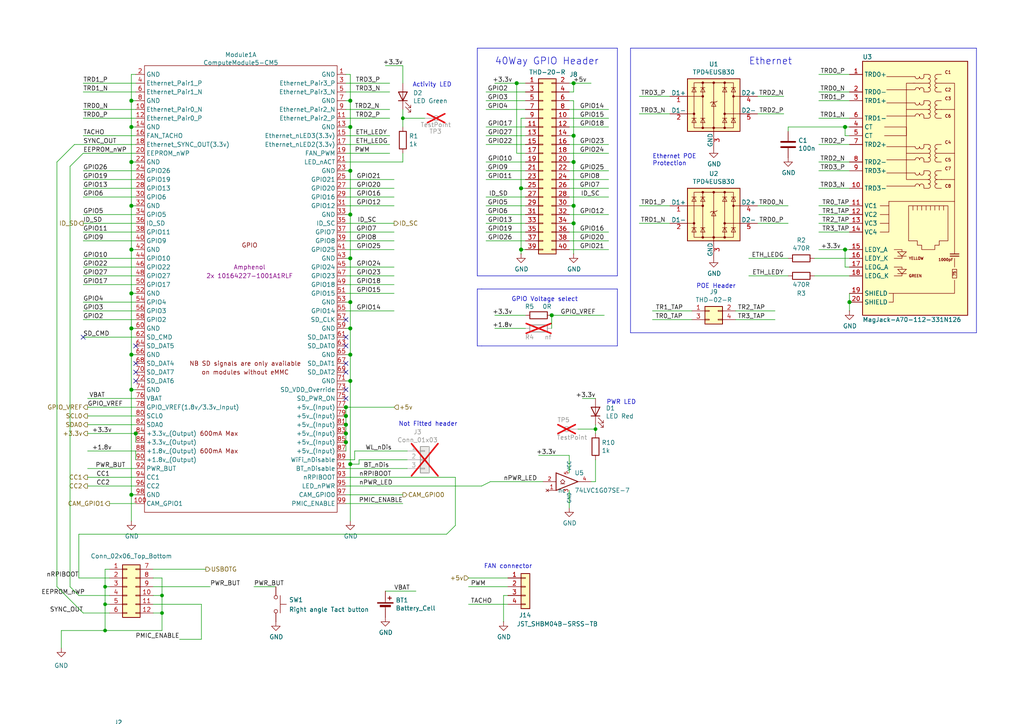
<source format=kicad_sch>
(kicad_sch (version 20250114) (generator "eeschema") (generator_version "9.0")
  (paper "A4")
  (title_block (title "Compute Module 5 IO Board - GPIO - Ethernet") (rev "1") (company "Copyright © 2024 Raspberry Pi Ltd.") (comment 1 "www.raspberrypi.com"))
  (text "40Way GPIO Header" (at 143.51 19.05 0) (effects (font (size 2.007 2.007)) (justify left bottom)))
  (text "Activity LED" (at 119.634 25.4 0) (effects (font (size 1.27 1.27)) (justify left bottom)))
  (text "FAN connector\n" (at 140.335 165.1 0) (effects (font (size 1.27 1.27)) (justify left bottom)))
  (text "Ethernet POE\nProtection" (at 189.23 48.26 0) (effects (font (size 1.27 1.27)) (justify left bottom)))
  (text "GPIO Voltage select\n" (at 167.64 87.63 0) (effects (font (size 1.27 1.27)) (justify right bottom)))
  (text "Not Fitted header" (at 132.715 123.825 0) (effects (font (size 1.27 1.27)) (justify right bottom)))
  (text "POE Header" (at 201.93 83.82 0) (effects (font (size 1.27 1.27)) (justify left bottom)))
  (text "PWR LED" (at 175.895 117.475 0) (effects (font (size 1.27 1.27)) (justify left bottom)))
  (text "Ethernet" (at 217.17 19.05 0) (effects (font (size 2.0066 2.0066)) (justify left bottom)))
  (junction (at 46.99 177.8))
  (junction (at 21.59 223.52))
  (junction (at 101.6 36.83) (diameter 1.016))
  (junction (at 245.11 72.39) (diameter 1.016))
  (junction (at 101.6 29.21) (diameter 1.016))
  (junction (at 101.6 102.87) (diameter 1.016))
  (junction (at 38.1 113.03) (diameter 1.016))
  (junction (at 246.38 87.63) (diameter 1.016))
  (junction (at 21.59 228.6))
  (junction (at 38.1 46.99) (diameter 1.016))
  (junction (at 100.33 125.73) (diameter 1.016))
  (junction (at 151.13 54.61) (diameter 1.016))
  (junction (at 46.99 172.72))
  (junction (at 166.37 39.37) (diameter 1.016))
  (junction (at 38.1 72.39) (diameter 1.016))
  (junction (at 100.33 123.19) (diameter 1.016))
  (junction (at 38.1 143.51) (diameter 1.016))
  (junction (at 166.37 59.69) (diameter 1.016))
  (junction (at 30.48 175.26))
  (junction (at 38.1 59.69) (diameter 1.016))
  (junction (at 101.6 62.23) (diameter 1.016))
  (junction (at 38.1 95.25) (diameter 1.016))
  (junction (at 100.33 118.11) (diameter 1.016))
  (junction (at 101.6 95.25) (diameter 1.016))
  (junction (at 166.37 64.77) (diameter 1.016))
  (junction (at 166.37 24.13) (diameter 1.016))
  (junction (at 101.6 87.63) (diameter 1.016))
  (junction (at 166.37 46.99) (diameter 1.016))
  (junction (at 38.1 85.09) (diameter 1.016))
  (junction (at 100.33 120.65) (diameter 1.016))
  (junction (at 172.72 124.46))
  (junction (at 38.1 36.83) (diameter 1.016))
  (junction (at 39.37 125.73) (diameter 1.016))
  (junction (at 38.1 102.87) (diameter 1.016))
  (junction (at 160.02 91.44) (diameter 1.016))
  (junction (at 38.1 29.21) (diameter 1.016))
  (junction (at 21.59 218.44))
  (junction (at 245.11 36.83) (diameter 1.016))
  (junction (at 30.48 182.88))
  (junction (at 100.33 128.27) (diameter 1.016))
  (junction (at 30.48 170.18))
  (junction (at 116.84 34.29))
  (junction (at 21.59 220.98))
  (junction (at 151.13 72.39) (diameter 1.016))
  (junction (at 101.6 110.49) (diameter 1.016))
  (junction (at 101.6 134.62) (diameter 1.016))
  (junction (at 21.59 226.06))
  (junction (at 101.6 49.53) (diameter 1.016))
  (junction (at 101.6 74.93) (diameter 1.016))
  (junction (at 149.86 24.13) (diameter 1.016))
  (no_connect (at 100.33 105.41))
  (no_connect (at 39.37 107.95))
  (no_connect (at 100.33 113.03))
  (no_connect (at 100.33 100.33))
  (no_connect (at 100.33 115.57))
  (no_connect (at 39.37 100.33))
  (no_connect (at 39.37 105.41))
  (no_connect (at 100.33 92.71))
  (no_connect (at 24.13 97.79))
  (no_connect (at 39.37 110.49))
  (no_connect (at 100.33 107.95))
  (no_connect (at 100.33 97.79))
  (wire (pts (xy 101.6 110.49) (xy 101.6 134.62)))
  (polyline (pts (xy 138.43 13.97) (xy 138.43 80.01)) (stroke (width 0) (type solid)))
  (polyline (pts (xy 138.43 80.01) (xy 179.07 80.01)) (stroke (width 0) (type solid)))
  (wire (pts (xy 100.33 135.89) (xy 118.11 135.89)))
  (wire (pts (xy 100.33 102.87) (xy 101.6 102.87)))
  (wire (pts (xy 24.13 90.17) (xy 39.37 90.17)))
  (wire (pts (xy 39.37 133.35) (xy 39.37 130.81)))
  (wire (pts (xy 237.49 41.91) (xy 246.38 41.91)))
  (wire (pts (xy 165.1 52.07) (xy 176.53 52.07)))
  (wire (pts (xy 24.13 44.45) (xy 39.37 44.45)))
  (wire (pts (xy 100.33 95.25) (xy 101.6 95.25)))
  (wire (pts (xy 165.1 34.29) (xy 176.53 34.29)))
  (wire (pts (xy 101.6 102.87) (xy 101.6 110.49)))
  (wire (pts (xy 217.17 74.93) (xy 228.6 74.93)))
  (wire (pts (xy 39.37 128.27) (xy 39.37 125.73)))
  (wire (pts (xy 111.76 171.45) (xy 120.65 171.45)))
  (wire (pts (xy 100.33 118.11) (xy 114.3 118.11)))
  (wire (pts (xy 101.6 36.83) (xy 101.6 49.53)))
  (polyline (pts (xy 179.07 83.82) (xy 179.07 100.33)) (stroke (width 0) (type solid)))
  (wire (pts (xy 24.13 92.71) (xy 39.37 92.71)))
  (wire (pts (xy 20.32 48.26) (xy 20.32 170.18)))
  (wire (pts (xy 116.84 36.83) (xy 116.84 34.29)))
  (wire (pts (xy 24.13 31.75) (xy 39.37 31.75)))
  (wire (pts (xy 24.13 77.47) (xy 39.37 77.47)))
  (wire (pts (xy 100.33 29.21) (xy 101.6 29.21)))
  (wire (pts (xy 100.33 90.17) (xy 114.3 90.17)))
  (wire (pts (xy 60.96 170.18) (xy 44.45 170.18)))
  (wire (pts (xy 24.13 82.55) (xy 39.37 82.55)))
  (wire (pts (xy 166.37 64.77) (xy 166.37 59.69)))
  (wire (pts (xy 24.13 80.01) (xy 39.37 80.01)))
  (wire (pts (xy 100.33 34.29) (xy 113.03 34.29)))
  (wire (pts (xy 39.37 36.83) (xy 38.1 36.83)))
  (wire (pts (xy 100.33 44.45) (xy 113.03 44.45)))
  (wire (pts (xy 40.64 223.52) (xy 60.96 223.52)))
  (wire (pts (xy 100.33 31.75) (xy 113.03 31.75)))
  (wire (pts (xy 58.42 175.26) (xy 44.45 175.26)))
  (wire (pts (xy 102.87 133.35) (xy 102.87 130.81)))
  (wire (pts (xy 24.13 67.31) (xy 39.37 67.31)))
  (wire (pts (xy 237.49 59.69) (xy 246.38 59.69)))
  (wire (pts (xy 104.14 133.35) (xy 118.11 133.35)))
  (wire (pts (xy 100.33 87.63) (xy 101.6 87.63)))
  (wire (pts (xy 166.37 39.37) (xy 166.37 46.99)))
  (wire (pts (xy 24.13 39.37) (xy 39.37 39.37)))
  (wire (pts (xy 39.37 21.59) (xy 38.1 21.59)))
  (wire (pts (xy 101.6 21.59) (xy 101.6 29.21)))
  (wire (pts (xy 236.22 80.01) (xy 246.38 80.01)))
  (wire (pts (xy 101.6 29.21) (xy 101.6 36.83)))
  (wire (pts (xy 38.1 143.51) (xy 38.1 151.13)))
  (wire (pts (xy 165.1 67.31) (xy 176.53 67.31)))
  (wire (pts (xy 146.05 172.72) (xy 146.05 180.34)))
  (wire (pts (xy 219.71 33.02) (xy 227.33 33.02)))
  (wire (pts (xy 165.1 142.24) (xy 165.1 147.32)))
  (wire (pts (xy 100.33 57.15) (xy 114.3 57.15)))
  (wire (pts (xy 167.64 124.46) (xy 172.72 124.46)))
  (wire (pts (xy 165.1 137.16) (xy 165.1 132.08)))
  (wire (pts (xy 100.33 143.51) (xy 116.84 143.51)))
  (wire (pts (xy 27.94 223.52) (xy 21.59 223.52)))
  (wire (pts (xy 166.37 46.99) (xy 165.1 46.99)))
  (wire (pts (xy 100.33 80.01) (xy 114.3 80.01)))
  (wire (pts (xy 151.13 72.39) (xy 151.13 73.66)))
  (wire (pts (xy 25.4 138.43) (xy 39.37 138.43)))
  (wire (pts (xy 30.48 182.88) (xy 30.48 175.26)))
  (wire (pts (xy 101.6 95.25) (xy 101.6 102.87)))
  (wire (pts (xy 38.1 72.39) (xy 38.1 85.09)))
  (wire (pts (xy 213.36 92.71) (xy 224.79 92.71)))
  (wire (pts (xy 101.6 49.53) (xy 101.6 62.23)))
  (wire (pts (xy 143.51 95.25) (xy 152.4 95.25)))
  (wire (pts (xy 24.13 74.93) (xy 39.37 74.93)))
  (polyline (pts (xy 182.88 13.97) (xy 283.21 13.97)) (stroke (width 0) (type solid)))
  (wire (pts (xy 21.59 215.9) (xy 21.59 218.44)))
  (wire (pts (xy 100.33 140.97) (xy 139.7 140.97)))
  (wire (pts (xy 165.1 36.83) (xy 176.53 36.83)))
  (wire (pts (xy 149.86 44.45) (xy 152.4 44.45)))
  (wire (pts (xy 39.37 29.21) (xy 38.1 29.21)))
  (wire (pts (xy 213.36 90.17) (xy 224.79 90.17)))
  (wire (pts (xy 21.59 218.44) (xy 21.59 220.98)))
  (polyline (pts (xy 179.07 13.97) (xy 138.43 13.97)) (stroke (width 0) (type solid)))
  (wire (pts (xy 25.4 140.97) (xy 39.37 140.97)))
  (wire (pts (xy 25.4 135.89) (xy 39.37 135.89)))
  (wire (pts (xy 40.64 220.98) (xy 60.96 220.98)))
  (wire (pts (xy 189.23 90.17) (xy 200.66 90.17)))
  (wire (pts (xy 16.51 170.18) (xy 16.51 46.99)))
  (wire (pts (xy 100.33 128.27) (xy 100.33 130.81)))
  (wire (pts (xy 22.86 167.64) (xy 31.75 167.64)))
  (wire (pts (xy 246.38 36.83) (xy 245.11 36.83)))
  (wire (pts (xy 194.31 64.77) (xy 185.42 64.77)))
  (wire (pts (xy 140.97 49.53) (xy 152.4 49.53)))
  (wire (pts (xy 100.33 41.91) (xy 113.03 41.91)))
  (wire (pts (xy 24.13 26.67) (xy 39.37 26.67)))
  (wire (pts (xy 166.37 24.13) (xy 171.45 24.13)))
  (wire (pts (xy 217.17 80.01) (xy 228.6 80.01)))
  (wire (pts (xy 24.13 49.53) (xy 39.37 49.53)))
  (wire (pts (xy 140.97 59.69) (xy 152.4 59.69)))
  (wire (pts (xy 100.33 120.65) (xy 100.33 123.19)))
  (wire (pts (xy 237.49 26.67) (xy 246.38 26.67)))
  (wire (pts (xy 100.33 74.93) (xy 101.6 74.93)))
  (wire (pts (xy 100.33 39.37) (xy 113.03 39.37)))
  (wire (pts (xy 140.97 67.31) (xy 152.4 67.31)))
  (wire (pts (xy 165.1 41.91) (xy 176.53 41.91)))
  (polyline (pts (xy 139.7 83.82) (xy 179.07 83.82)) (stroke (width 0) (type solid)))
  (wire (pts (xy 30.48 165.1) (xy 31.75 165.1)))
  (wire (pts (xy 30.48 182.88) (xy 46.99 182.88)))
  (wire (pts (xy 21.59 223.52) (xy 21.59 226.06)))
  (wire (pts (xy 140.97 46.99) (xy 152.4 46.99)))
  (wire (pts (xy 100.33 138.43) (xy 132.08 138.43)))
  (wire (pts (xy 38.1 95.25) (xy 39.37 95.25)))
  (wire (pts (xy 21.59 228.6) (xy 21.59 229.87)))
  (wire (pts (xy 38.1 102.87) (xy 38.1 113.03)))
  (wire (pts (xy 38.1 85.09) (xy 38.1 95.25)))
  (wire (pts (xy 31.75 146.05) (xy 39.37 146.05)))
  (wire (pts (xy 116.84 19.05) (xy 116.84 24.13)))
  (wire (pts (xy 152.4 34.29) (xy 151.13 34.29)))
  (wire (pts (xy 40.64 218.44) (xy 60.96 218.44)))
  (wire (pts (xy 237.49 64.77) (xy 246.38 64.77)))
  (wire (pts (xy 21.59 220.98) (xy 21.59 223.52)))
  (wire (pts (xy 116.84 34.29) (xy 116.84 31.75)))
  (wire (pts (xy 236.22 74.93) (xy 246.38 74.93)))
  (wire (pts (xy 140.97 62.23) (xy 152.4 62.23)))
  (wire (pts (xy 237.49 29.21) (xy 246.38 29.21)))
  (wire (pts (xy 22.86 172.72) (xy 31.75 172.72)))
  (wire (pts (xy 165.1 72.39) (xy 176.53 72.39)))
  (wire (pts (xy 44.45 172.72) (xy 46.99 172.72)))
  (wire (pts (xy 165.1 24.13) (xy 166.37 24.13)))
  (wire (pts (xy 30.48 175.26) (xy 31.75 175.26)))
  (wire (pts (xy 104.14 134.62) (xy 104.14 133.35)))
  (wire (pts (xy 101.6 134.62) (xy 101.6 151.13)))
  (wire (pts (xy 38.1 59.69) (xy 38.1 72.39)))
  (wire (pts (xy 38.1 113.03) (xy 39.37 113.03)))
  (wire (pts (xy 38.1 72.39) (xy 39.37 72.39)))
  (wire (pts (xy 24.13 54.61) (xy 39.37 54.61)))
  (wire (pts (xy 100.33 52.07) (xy 114.3 52.07)))
  (wire (pts (xy 246.38 87.63) (xy 246.38 90.17)))
  (wire (pts (xy 27.94 218.44) (xy 21.59 218.44)))
  (wire (pts (xy 25.4 130.81) (xy 39.37 130.81)))
  (wire (pts (xy 40.64 226.06) (xy 60.96 226.06)))
  (wire (pts (xy 24.13 97.79) (xy 39.37 97.79)))
  (wire (pts (xy 237.49 49.53) (xy 246.38 49.53)))
  (wire (pts (xy 24.13 24.13) (xy 39.37 24.13)))
  (wire (pts (xy 44.45 177.8) (xy 46.99 177.8)))
  (wire (pts (xy 100.33 62.23) (xy 101.6 62.23)))
  (wire (pts (xy 143.51 24.13) (xy 149.86 24.13)))
  (wire (pts (xy 246.38 85.09) (xy 246.38 87.63)))
  (wire (pts (xy 100.33 24.13) (xy 113.03 24.13)))
  (wire (pts (xy 46.99 182.88) (xy 46.99 177.8)))
  (wire (pts (xy 100.33 36.83) (xy 101.6 36.83)))
  (wire (pts (xy 38.1 95.25) (xy 38.1 102.87)))
  (wire (pts (xy 172.72 133.35) (xy 172.72 139.7)))
  (wire (pts (xy 30.48 170.18) (xy 31.75 170.18)))
  (wire (pts (xy 39.37 143.51) (xy 38.1 143.51)))
  (wire (pts (xy 142.24 139.7) (xy 157.48 139.7)))
  (wire (pts (xy 24.13 57.15) (xy 39.37 57.15)))
  (wire (pts (xy 30.48 170.18) (xy 30.48 165.1)))
  (wire (pts (xy 166.37 64.77) (xy 166.37 73.66)))
  (wire (pts (xy 185.42 59.69) (xy 194.31 59.69)))
  (wire (pts (xy 245.11 39.37) (xy 245.11 36.83)))
  (wire (pts (xy 25.4 123.19) (xy 39.37 123.19)))
  (wire (pts (xy 38.1 113.03) (xy 38.1 143.51)))
  (wire (pts (xy 165.1 132.08) (xy 156.21 132.08)))
  (wire (pts (xy 17.78 182.88) (xy 17.78 187.96)))
  (wire (pts (xy 237.49 72.39) (xy 245.11 72.39)))
  (wire (pts (xy 172.72 123.19) (xy 172.72 124.46)))
  (wire (pts (xy 228.6 36.83) (xy 245.11 36.83)))
  (wire (pts (xy 102.87 130.81) (xy 118.11 130.81)))
  (wire (pts (xy 100.33 146.05) (xy 116.84 146.05)))
  (wire (pts (xy 100.33 64.77) (xy 114.3 64.77)))
  (wire (pts (xy 140.97 36.83) (xy 152.4 36.83)))
  (wire (pts (xy 52.07 185.42) (xy 58.42 185.42)))
  (wire (pts (xy 101.6 87.63) (xy 101.6 95.25)))
  (wire (pts (xy 22.86 154.94) (xy 22.86 167.64)))
  (wire (pts (xy 147.32 172.72) (xy 146.05 172.72)))
  (wire (pts (xy 100.33 54.61) (xy 114.3 54.61)))
  (wire (pts (xy 245.11 77.47) (xy 245.11 72.39)))
  (wire (pts (xy 237.49 21.59) (xy 246.38 21.59)))
  (wire (pts (xy 58.42 185.42) (xy 58.42 175.26)))
  (wire (pts (xy 116.84 46.99) (xy 116.84 44.45)))
  (wire (pts (xy 100.33 133.35) (xy 102.87 133.35)))
  (wire (pts (xy 100.33 69.85) (xy 114.3 69.85)))
  (polyline (pts (xy 283.21 96.52) (xy 182.88 96.52)) (stroke (width 0) (type solid)))
  (wire (pts (xy 25.4 118.11) (xy 39.37 118.11)))
  (wire (pts (xy 140.97 29.21) (xy 152.4 29.21)))
  (wire (pts (xy 219.71 27.94) (xy 227.33 27.94)))
  (polyline (pts (xy 182.88 96.52) (xy 182.88 13.97)) (stroke (width 0) (type solid)))
  (wire (pts (xy 20.32 170.18) (xy 22.86 172.72)))
  (wire (pts (xy 100.33 85.09) (xy 114.3 85.09)))
  (wire (pts (xy 135.89 170.18) (xy 147.32 170.18)))
  (wire (pts (xy 143.51 91.44) (xy 152.4 91.44)))
  (wire (pts (xy 140.97 26.67) (xy 152.4 26.67)))
  (wire (pts (xy 166.37 59.69) (xy 166.37 46.99)))
  (wire (pts (xy 24.13 34.29) (xy 39.37 34.29)))
  (wire (pts (xy 25.4 115.57) (xy 39.37 115.57)))
  (wire (pts (xy 24.13 177.8) (xy 31.75 177.8)))
  (wire (pts (xy 165.1 31.75) (xy 176.53 31.75)))
  (wire (pts (xy 165.1 62.23) (xy 176.53 62.23)))
  (wire (pts (xy 140.97 57.15) (xy 152.4 57.15)))
  (wire (pts (xy 185.42 27.94) (xy 194.31 27.94)))
  (wire (pts (xy 25.4 125.73) (xy 39.37 125.73)))
  (wire (pts (xy 165.1 59.69) (xy 166.37 59.69)))
  (wire (pts (xy 100.33 59.69) (xy 114.3 59.69)))
  (wire (pts (xy 21.59 226.06) (xy 27.94 226.06)))
  (wire (pts (xy 166.37 39.37) (xy 165.1 39.37)))
  (wire (pts (xy 245.11 72.39) (xy 246.38 72.39)))
  (wire (pts (xy 135.89 175.26) (xy 147.32 175.26)))
  (wire (pts (xy 151.13 34.29) (xy 151.13 54.61)))
  (wire (pts (xy 40.64 228.6) (xy 60.96 228.6)))
  (wire (pts (xy 24.13 177.8) (xy 16.51 170.18)))
  (wire (pts (xy 100.33 67.31) (xy 114.3 67.31)))
  (wire (pts (xy 140.97 31.75) (xy 152.4 31.75)))
  (wire (pts (xy 140.97 39.37) (xy 152.4 39.37)))
  (polyline (pts (xy 179.07 13.97) (xy 179.07 80.01)) (stroke (width 0) (type solid)))
  (polyline (pts (xy 283.21 13.97) (xy 283.21 96.52)) (stroke (width 0) (type solid)))
  (wire (pts (xy 149.86 24.13) (xy 149.86 44.45)))
  (wire (pts (xy 166.37 29.21) (xy 166.37 39.37)))
  (wire (pts (xy 24.13 64.77) (xy 39.37 64.77)))
  (wire (pts (xy 172.72 139.7) (xy 171.45 139.7)))
  (wire (pts (xy 165.1 26.67) (xy 166.37 26.67)))
  (wire (pts (xy 25.4 120.65) (xy 39.37 120.65)))
  (wire (pts (xy 38.1 36.83) (xy 38.1 46.99)))
  (wire (pts (xy 100.33 46.99) (xy 116.84 46.99)))
  (wire (pts (xy 21.59 215.9) (xy 27.94 215.9)))
  (wire (pts (xy 132.08 138.43) (xy 132.08 152.4)))
  (wire (pts (xy 151.13 72.39) (xy 152.4 72.39)))
  (wire (pts (xy 185.42 33.02) (xy 194.31 33.02)))
  (wire (pts (xy 24.13 52.07) (xy 39.37 52.07)))
  (wire (pts (xy 151.13 54.61) (xy 152.4 54.61)))
  (polyline (pts (xy 138.43 100.33) (xy 138.43 83.82)) (stroke (width 0) (type solid)))
  (wire (pts (xy 44.45 165.1) (xy 59.69 165.1)))
  (wire (pts (xy 160.02 91.44) (xy 175.26 91.44)))
  (wire (pts (xy 140.97 69.85) (xy 152.4 69.85)))
  (wire (pts (xy 237.49 67.31) (xy 246.38 67.31)))
  (wire (pts (xy 219.71 59.69) (xy 228.6 59.69)))
  (wire (pts (xy 172.72 115.57) (xy 168.91 115.57)))
  (wire (pts (xy 100.33 72.39) (xy 114.3 72.39)))
  (wire (pts (xy 38.1 29.21) (xy 38.1 36.83)))
  (wire (pts (xy 100.33 21.59) (xy 101.6 21.59)))
  (wire (pts (xy 165.1 49.53) (xy 176.53 49.53)))
  (wire (pts (xy 237.49 34.29) (xy 246.38 34.29)))
  (wire (pts (xy 100.33 110.49) (xy 101.6 110.49)))
  (wire (pts (xy 21.59 41.91) (xy 39.37 41.91)))
  (wire (pts (xy 16.51 46.99) (xy 21.59 41.91)))
  (wire (pts (xy 246.38 77.47) (xy 245.11 77.47)))
  (wire (pts (xy 24.13 69.85) (xy 39.37 69.85)))
  (wire (pts (xy 24.13 87.63) (xy 39.37 87.63)))
  (wire (pts (xy 100.33 118.11) (xy 100.33 120.65)))
  (wire (pts (xy 24.13 44.45) (xy 20.32 48.26)))
  (wire (pts (xy 40.64 215.9) (xy 60.96 215.9)))
  (wire (pts (xy 111.76 19.05) (xy 116.84 19.05)))
  (wire (pts (xy 21.59 226.06) (xy 21.59 228.6)))
  (wire (pts (xy 100.33 49.53) (xy 101.6 49.53)))
  (wire (pts (xy 151.13 54.61) (xy 151.13 72.39)))
  (wire (pts (xy 100.33 26.67) (xy 113.03 26.67)))
  (wire (pts (xy 165.1 44.45) (xy 176.53 44.45)))
  (wire (pts (xy 24.13 62.23) (xy 39.37 62.23)))
  (wire (pts (xy 237.49 46.99) (xy 246.38 46.99)))
  (wire (pts (xy 237.49 62.23) (xy 246.38 62.23)))
  (wire (pts (xy 129.54 154.94) (xy 22.86 154.94)))
  (wire (pts (xy 46.99 177.8) (xy 46.99 172.72)))
  (wire (pts (xy 219.71 64.77) (xy 228.6 64.77)))
  (wire (pts (xy 27.94 228.6) (xy 21.59 228.6)))
  (wire (pts (xy 189.23 92.71) (xy 200.66 92.71)))
  (wire (pts (xy 101.6 74.93) (xy 101.6 87.63)))
  (polyline (pts (xy 139.7 83.82) (xy 138.43 83.82)) (stroke (width 0) (type solid)))
  (wire (pts (xy 100.33 123.19) (xy 100.33 125.73)))
  (wire (pts (xy 228.6 38.1) (xy 228.6 36.83)))
  (wire (pts (xy 140.97 64.77) (xy 152.4 64.77)))
  (wire (pts (xy 38.1 46.99) (xy 39.37 46.99)))
  (wire (pts (xy 140.97 52.07) (xy 152.4 52.07)))
  (wire (pts (xy 73.66 170.18) (xy 80.01 170.18)))
  (wire (pts (xy 237.49 54.61) (xy 246.38 54.61)))
  (wire (pts (xy 27.94 220.98) (xy 21.59 220.98)))
  (wire (pts (xy 140.97 41.91) (xy 152.4 41.91)))
  (wire (pts (xy 38.1 21.59) (xy 38.1 29.21)))
  (wire (pts (xy 132.08 152.4) (xy 129.54 154.94)))
  (wire (pts (xy 135.89 167.64) (xy 147.32 167.64)))
  (wire (pts (xy 38.1 85.09) (xy 39.37 85.09)))
  (wire (pts (xy 165.1 64.77) (xy 166.37 64.77)))
  (wire (pts (xy 100.33 125.73) (xy 100.33 128.27)))
  (wire (pts (xy 160.02 91.44) (xy 160.02 95.25)))
  (wire (pts (xy 17.78 182.88) (xy 30.48 182.88)))
  (wire (pts (xy 46.99 172.72) (xy 46.99 167.64)))
  (wire (pts (xy 100.33 77.47) (xy 114.3 77.47)))
  (wire (pts (xy 38.1 102.87) (xy 39.37 102.87)))
  (wire (pts (xy 38.1 59.69) (xy 39.37 59.69)))
  (polyline (pts (xy 179.07 100.33) (xy 139.7 100.33)) (stroke (width 0) (type solid)))
  (wire (pts (xy 152.4 24.13) (xy 149.86 24.13)))
  (wire (pts (xy 165.1 69.85) (xy 176.53 69.85)))
  (wire (pts (xy 172.72 124.46) (xy 172.72 125.73)))
  (wire (pts (xy 46.99 167.64) (xy 44.45 167.64)))
  (wire (pts (xy 246.38 39.37) (xy 245.11 39.37)))
  (wire (pts (xy 166.37 26.67) (xy 166.37 24.13)))
  (wire (pts (xy 139.7 140.97) (xy 142.24 139.7)))
  (wire (pts (xy 100.33 82.55) (xy 114.3 82.55)))
  (wire (pts (xy 116.84 34.29) (xy 123.19 34.29)))
  (wire (pts (xy 30.48 175.26) (xy 30.48 170.18)))
  (wire (pts (xy 101.6 62.23) (xy 101.6 74.93)))
  (wire (pts (xy 38.1 46.99) (xy 38.1 59.69)))
  (wire (pts (xy 165.1 57.15) (xy 176.53 57.15)))
  (wire (pts (xy 101.6 134.62) (xy 104.14 134.62)))
  (wire (pts (xy 165.1 54.61) (xy 176.53 54.61)))
  (wire (pts (xy 165.1 29.21) (xy 166.37 29.21)))
  (polyline (pts (xy 138.43 100.33) (xy 139.7 100.33)) (stroke (width 0) (type solid)))
  (label "+1.8v" (at 148.59 95.25 180))
  (label "GPIO24" (at 175.26 44.45 180))
  (label "+5v" (at 170.18 24.13 180))
  (label "GPIO5" (at 24.13 62.23 0))
  (label "TRD3_N" (at 103.124 26.67 0))
  (label "GPIO2" (at 24.13 92.71 0))
  (label "GPIO9" (at 24.13 69.85 0))
  (label "TRD3_N" (at 245.11 54.61 180))
  (label "ETH_LEDG" (at 103.124 41.91 0))
  (label "TRD1_N" (at 193.04 64.77 180))
  (label "+3.3v" (at 148.59 24.13 180))
  (label "GPIO10" (at 24.13 74.93 0))
  (label "TRD3_P" (at 103.124 24.13 0))
  (label "GPIO6" (at 24.13 57.15 0))
  (label "TRD0_P" (at 227.33 64.77 180))
  (label "TRD3_P" (at 193.04 27.94 180))
  (label "GPIO8" (at 173.99 52.07 180))
  (label "GPIO20" (at 110.49 54.61 180))
  (label "GPIO25" (at 110.49 72.39 180))
  (label "GPIO2" (at 147.32 26.67 180))
  (label "GPIO26" (at 148.59 69.85 180))
  (label "GPIO15" (at 110.49 85.09 180))
  (label "GPIO13" (at 24.13 54.61 0))
  (label "TRD1_P" (at 193.04 59.69 180))
  (label "GPIO7" (at 109.22 67.31 180))
  (label "GPIO14" (at 110.49 90.17 180))
  (label "BT_nDis" (at 112.8776 135.89 180))
  (label "GPIO7" (at 173.99 54.61 180))
  (label "ETH_LEDY" (at 103.124 39.37 0))
  (label "VBAT" (at 114.3 171.45 0))
  (label "TR1_TAP" (at 198.12 90.17 180))
  (label "PWM" (at 102.87 44.45 0))
  (label "GPIO4" (at 24.13 87.63 0))
  (label "GPIO10" (at 148.59 46.99 180))
  (label "TRD1_P" (at 24.13 24.13 0))
  (label "CC1" (at 27.94 138.43 0))
  (label "TRD1_P" (at 245.11 29.21 180))
  (label "WL_nDis" (at 113.665 130.81 180))
  (label "GPIO6" (at 147.32 62.23 180))
  (label "GPIO17" (at 148.59 36.83 180))
  (label "+3.3v" (at 116.84 19.05 180))
  (label "GPIO19" (at 148.59 67.31 180))
  (label "GPIO27" (at 24.13 80.01 0))
  (label "EEPROM_nWP" (at 24.13 44.45 0))
  (label "GPIO_VREF" (at 25.4 118.11 0))
  (label "GPIO9" (at 147.32 49.53 180))
  (label "GPIO20" (at 175.26 69.85 180))
  (label "TR0_TAP" (at 198.0184 92.71 180))
  (label "GPIO21" (at 110.49 52.07 180))
  (label "GPIO23" (at 110.49 80.01 180))
  (label "ID_SD" (at 147.32 57.15 180))
  (label "GPIO16" (at 175.26 67.31 180))
  (label "TRD0_N" (at 24.13 31.75 0))
  (label "TRD3_P" (at 245.11 49.53 180))
  (label "ETH_LEDY" (at 227.33 80.01 180))
  (label "TRD0_N" (at 227.33 59.69 180))
  (label "TRD2_N" (at 227.33 27.94 180))
  (label "ETH_LEDG" (at 227.33 74.93 180))
  (label "SYNC_OUT" (at 57.15 220.98 180))
  (label "TRD0_N" (at 245.11 26.67 180))
  (label "TR2_TAP" (at 246.38 64.77 180))
  (label "GPIO22" (at 148.59 41.91 180))
  (label "+1.8v" (at 26.67 130.81 0))
  (label "SYNC_OUT" (at 24.13 177.8 180))
  (label "PWR_BUT" (at 73.66 170.18 0))
  (label "GPIO18" (at 175.26 36.83 180))
  (label "nRPIBOOT" (at 56.896 215.9 180))
  (label "TR2_TAP" (at 221.9198 90.17 180))
  (label "GPIO16" (at 110.49 57.15 180))
  (label "GPIO12" (at 110.49 59.69 180))
  (label "GPIO23" (at 175.26 41.91 180))
  (label "+3.3v" (at 26.67 125.73 0))
  (label "PWM" (at 136.525 170.18 0))
  (label "ID_SC" (at 173.99 57.15 180))
  (label "GPIO8" (at 109.22 69.85 180))
  (label "GPIO17" (at 24.13 82.55 0))
  (label "SYNC_OUT" (at 24.13 41.91 0))
  (label "nPWR_LED" (at 146.05 139.7 0))
  (label "TRD0_P" (at 245.11 21.59 180))
  (label "GPIO18" (at 110.49 82.55 180))
  (label "TRD2_N" (at 102.87 31.75 0))
  (label "GPIO15" (at 175.26 34.29 180))
  (label "GPIO5" (at 147.32 59.69 180))
  (label "nPWR_LED" (at 104.14 140.97 0))
  (label "PMIC_ENABLE" (at 52.07 185.42 180))
  (label "TR3_TAP" (at 221.8944 92.71 180))
  (label "GPIO3" (at 147.32 29.21 180))
  (label "TRD0_P" (at 24.13 34.29 0))
  (label "nRPIBOOT" (at 22.86 167.64 180))
  (label "+3.3v" (at 148.59 91.44 180))
  (label "GPIO26" (at 24.13 49.53 0))
  (label "TACHO" (at 136.525 175.26 0))
  (label "PWR_BUT" (at 27.686 135.89 0))
  (label "GPIO12" (at 175.26 62.23 180))
  (label "+3.3v" (at 161.29 132.08 180))
  (label "nRPIBOOT" (at 104.14 138.43 0))
  (label "EEPROM_nWP" (at 24.638 172.72 180))
  (label "GPIO11" (at 24.13 67.31 0))
  (label "ID_SD" (at 24.13 64.77 0))
  (label "TRD1_N" (at 24.13 26.67 0))
  (label "GPIO24" (at 110.49 77.47 180))
  (label "TRD3_N" (at 193.04 33.02 180))
  (label "GPIO27" (at 148.59 39.37 180))
  (label "TR1_TAP" (at 246.38 62.23 180))
  (label "VBAT" (at 30.48 115.57 180))
  (label "ID_SC" (at 109.22 64.77 180))
  (label "TRD2_P" (at 245.11 41.91 180))
  (label "GPIO21" (at 175.26 72.39 180))
  (label "CC2" (at 27.94 140.97 0))
  (label "GPIO14" (at 175.26 31.75 180))
  (label "TACHO" (at 24.13 39.37 0))
  (label "GPIO25" (at 175.26 49.53 180))
  (label "TRD2_N" (at 245.11 46.99 180))
  (label "TR0_TAP" (at 246.38 59.69 180))
  (label "SD_CMD" (at 24.13 97.79 0))
  (label "PWR_BUT" (at 54.7082 228.6 0))
  (label "TRD1_N" (at 245.11 34.29 180))
  (label "PMIC_ENABLE" (at 116.84 146.05 180))
  (label "EEPROM_nWP" (at 60.198 218.44 180))
  (label "+3.3v" (at 172.72 115.57 180))
  (label "GPIO13" (at 148.59 64.77 180))
  (label "GPIO_VREF" (at 162.56 91.44 0))
  (label "TRD2_P" (at 103.124 34.29 0))
  (label "GPIO19" (at 24.13 52.07 0))
  (label "GPIO11" (at 148.59 52.07 180))
  (label "PMIC_ENABLE" (at 60.6758 226.06 180))
  (label "PWR_BUT" (at 60.96 170.18 0))
  (label "TR3_TAP" (at 246.38 67.31 180))
  (label "GPIO4" (at 147.32 31.75 180))
  (label "+3.3v" (at 243.84 72.39 180))
  (label "GPIO22" (at 24.13 77.47 0))
  (label "TRD2_P" (at 227.33 33.02 180))
  (label "GPIO3" (at 24.13 90.17 0))
  (hierarchical_label "CC1" (shape output) (at 25.4 138.43 180))
  (hierarchical_label "ID_SD" (shape output) (at 24.13 64.77 180))
  (hierarchical_label "SDA0" (shape output) (at 25.4 123.19 180))
  (hierarchical_label "CAM_GPIO1" (shape output) (at 31.75 146.05 180))
  (hierarchical_label "CC2" (shape output) (at 25.4 140.97 180))
  (hierarchical_label "+3.3v" (shape output) (at 25.4 125.73 180))
  (hierarchical_label "GPIO_VREF" (shape output) (at 25.4 118.11 180))
  (hierarchical_label "ID_SC" (shape output) (at 114.3 64.77 0))
  (hierarchical_label "SCL0" (shape output) (at 25.4 120.65 180))
  (hierarchical_label "+5v" (shape input) (at 135.89 167.64 180))
  (hierarchical_label "CAM_GPIO0" (shape output) (at 116.84 143.51 0))
  (hierarchical_label "+5v" (shape input) (at 114.3 118.11 0))
  (hierarchical_label "USBOTG" (shape output) (at 60.96 223.52 0))
  (hierarchical_label "USBOTG" (shape output) (at 59.69 165.1 0))
  (symbol (lib_id "CM5IO:74LVC1G07_copy") (at 165.1 139.7 0) (unit 1)
    (property "Reference" "U5" (at 166.624 137.16 0) (effects (justify left)))
    (property "Value" "74LVC1G07SE-7" (at 166.624 142.24 0) (effects (justify left)))
    (property "Footprint" "Package_TO_SOT_SMD:SOT-353_SC-70-5" (effects (hide yes)))
    (property "Datasheet" "https://www.diodes.com/assets/Datasheets/74LVC1G07.pdf" (effects (hide yes)))
    (property "Field4" "Farnell" (effects (hide yes)))
    (property "Field5" "2425492" (effects (hide yes)))
    (property "Field6" "74LVC1G07SE-7" (effects (hide yes)))
    (property "Field7" "Diodes" (effects (hide yes)))
    (property "Part Description" "Buffer, Non-Inverting 1 Element 1 Bit per Element Open Drain Output SOT-353" (effects (hide yes)))
  )
  (symbol (lib_id "CM5IO:ComputeModule5-CM5") (at 72.39 77.47 0) (unit 1)
    (property "Reference" "Module1" (at 69.85 15.875 0))
    (property "Value" "ComputeModule5-CM5" (at 69.85 18.1864 0))
    (property "Footprint" "CM5IO:Raspberry-Pi-5-Compute-Module" (effects (hide yes)))
    (property "Description" "RaspberryPi Compute module 5" (effects (hide yes)))
    (property "Field4" "Amphenol" (at 72.39 77.47 0))
    (property "Field5" "2x 10164227-1001A1RLF" (at 72.39 80.01 0))
    (property "Field6" "2x 10164227-1001A1RLF" (effects (hide yes)))
    (property "Field7" "Hirose" (effects (hide yes)))
    (property "Part Description" "	100 Position Connector Receptacle, Center Strip Contacts Surface Mount Gold" (effects (hide yes)))
  )
  (symbol (lib_id "Device:C") (at 228.6 41.91 0) (unit 1)
    (property "Reference" "C1" (at 231.521 40.7416 0) (effects (justify left)))
    (property "Value" "100n" (at 231.521 43.053 0) (effects (justify left)))
    (property "Footprint" "Capacitor_SMD:C_0402_1005Metric" (effects (hide yes)))
    (property "Datasheet" "https://search.murata.co.jp/Ceramy/image/img/A01X/G101/ENG/GRM155R71C104KA88-01.pdf" (effects (hide yes)))
    (property "Field4" "Farnell" (effects (hide yes)))
    (property "Field5" "2611911" (effects (hide yes)))
    (property "Field6" "RM EMK105 B7104KV-F" (effects (hide yes)))
    (property "Field7" "TAIYO YUDEN EUROPE GMBH" (effects (hide yes)))
    (property "Part Description" "	0.1uF 10% 16V Ceramic Capacitor X7R 0402 (1005 Metric)" (effects (hide yes)))
    (property "Field8" "110091611" (effects (hide yes)))
  )
  (symbol (lib_id "power:GND") (at 228.6 45.72 0) (unit 1)
    (property "Reference" "#PWR0101" (effects (hide yes)))
    (property "Value" "GND" (at 228.727 50.1142 0))
    (property "Description" "Power symbol creates a global label with name \"GND\" , ground" (effects (hide yes)))
  )
  (symbol (lib_id "Connector_Generic:Conn_02x02_Odd_Even") (at 205.74 90.17 0) (unit 1)
    (property "Reference" "J9" (at 207.01 84.6582 0))
    (property "Value" "THD-02-R" (at 207.01 86.9696 0))
    (property "Footprint" "Connector_PinHeader_2.54mm:PinHeader_2x02_P2.54mm_Vertical" (effects (hide yes)))
    (property "Datasheet" "https://www.toby.co.uk/uploads/publications/1673.pdf" (effects (hide yes)))
    (property "Field4" "Toby" (effects (hide yes)))
    (property "Field5" "THD-02-R" (effects (hide yes)))
    (property "Field6" "151-604-425-761" (effects (hide yes)))
    (property "Field7" "EDAC" (effects (hide yes)))
    (property "Field8" "UCON00791" (effects (hide yes)))
    (property "Part Description" "PinHeader_2x02_P2.54mm_Vertical" (effects (hide yes)))
  )
  (symbol (lib_id "Connector_Generic:Conn_02x20_Odd_Even") (at 157.48 46.99 0) (unit 1)
    (property "Reference" "J8" (at 166.37 21.59 0))
    (property "Value" "THD-20-R" (at 158.75 20.9296 0))
    (property "Footprint" "Connector_PinHeader_2.54mm:PinHeader_2x20_P2.54mm_Vertical" (effects (hide yes)))
    (property "Datasheet" "https://www.toby.co.uk/uploads/publications/1673.pdf" (effects (hide yes)))
    (property "Field4" "Toby" (effects (hide yes)))
    (property "Field5" "THD-20-R" (effects (hide yes)))
    (property "Field6" "THD-20-R" (effects (hide yes)))
    (property "Field7" "Toby" (effects (hide yes)))
    (property "Field8" "UCON00511" (effects (hide yes)))
    (property "Part Description" "PinHeader_2x20_P2.54mm_Vertical" (effects (hide yes)))
  )
  (symbol (lib_id "power:GND") (at 166.37 73.66 0) (unit 1)
    (property "Reference" "#PWR0102" (effects (hide yes)))
    (property "Value" "GND" (at 166.497 78.0542 0))
    (property "Description" "Power symbol creates a global label with name \"GND\" , ground" (effects (hide yes)))
  )
  (symbol (lib_id "power:GND") (at 151.13 73.66 0) (unit 1)
    (property "Reference" "#PWR0103" (effects (hide yes)))
    (property "Value" "GND" (at 151.257 78.0542 0))
    (property "Description" "Power symbol creates a global label with name \"GND\" , ground" (effects (hide yes)))
  )
  (symbol (lib_id "Device:R") (at 232.41 74.93 270) (unit 1)
    (property "Reference" "R2" (at 232.41 69.6722 90))
    (property "Value" "470R" (at 232.41 71.9836 90))
    (property "Footprint" "Resistor_SMD:R_0402_1005Metric" (effects (hide yes)))
    (property "Datasheet" "https://fscdn.rohm.com/en/products/databook/datasheet/passive/resistor/chip_resistor/mcr-e.pdf" (effects (hide yes)))
    (property "Field4" "Farnell" (effects (hide yes)))
    (property "Field5" "9239197" (effects (hide yes)))
    (property "Field7" "KOA EUROPE GMBH" (effects (hide yes)))
    (property "Field6" "RK73G1ETQTP4700D         " (effects (hide yes)))
    (property "Field8" "120887981" (effects (hide yes)))
    (property "Part Description" "Resistor 470R M1005 1% 63mW" (effects (hide yes)))
  )
  (symbol (lib_id "Device:R") (at 232.41 80.01 270) (unit 1)
    (property "Reference" "R3" (at 232.41 85.09 90))
    (property "Value" "470R" (at 232.41 82.55 90))
    (property "Footprint" "Resistor_SMD:R_0402_1005Metric" (effects (hide yes)))
    (property "Datasheet" "https://fscdn.rohm.com/en/products/databook/datasheet/passive/resistor/chip_resistor/mcr-e.pdf" (effects (hide yes)))
    (property "Field4" "Farnell" (effects (hide yes)))
    (property "Field5" "9239197" (effects (hide yes)))
    (property "Field7" "KOA EUROPE GMBH" (effects (hide yes)))
    (property "Field6" "RK73G1ETQTP4700D         " (effects (hide yes)))
    (property "Field8" "120887981" (effects (hide yes)))
    (property "Part Description" "Resistor 470R M1005 1% 63mW" (effects (hide yes)))
  )
  (symbol (lib_id "power:GND") (at 38.1 151.13 0) (unit 1)
    (property "Reference" "#PWR0104" (effects (hide yes)))
    (property "Value" "GND" (at 38.227 155.5242 0))
    (property "Description" "Power symbol creates a global label with name \"GND\" , ground" (effects (hide yes)))
  )
  (symbol (lib_id "power:GND") (at 101.6 151.13 0) (unit 1)
    (property "Reference" "#PWR0105" (effects (hide yes)))
    (property "Value" "GND" (at 101.727 155.5242 0))
    (property "Description" "Power symbol creates a global label with name \"GND\" , ground" (effects (hide yes)))
  )
  (symbol (lib_id "Device:LED") (at 116.84 27.94 90) (unit 1)
    (property "Reference" "D2" (at 119.8118 26.9494 90) (effects (justify right)))
    (property "Value" "LED Green" (at 119.8118 29.2608 90) (effects (justify right)))
    (property "Footprint" "LED_SMD:LED_0603_1608Metric" (effects (hide yes)))
    (property "Datasheet" "http://optoelectronics.liteon.com/upload/download/DS22-2000-226/LTST-S270KGKT.pdf" (effects (hide yes)))
    (property "Field4" "Digikey " (effects (hide yes)))
    (property "Field5" "LTST-S270KGKT" (effects (hide yes)))
    (property "Field6" "SML-A12M8TT86N" (effects (hide yes)))
    (property "Field7" "Rohm" (effects (hide yes)))
    (property "Field8" "650263301" (effects (hide yes)))
    (property "Part Description" "	Green 572nm LED Indication - Discrete 2.2V 2-SMD, No Lead" (effects (hide yes)))
  )
  (symbol (lib_id "Device:R") (at 116.84 40.64 0) (unit 1)
    (property "Reference" "R1" (at 118.618 39.4716 0) (effects (justify left)))
    (property "Value" "1k" (at 118.618 41.783 0) (effects (justify left)))
    (property "Footprint" "Resistor_SMD:R_0402_1005Metric" (effects (hide yes)))
    (property "Datasheet" "https://fscdn.rohm.com/en/products/databook/datasheet/passive/resistor/chip_resistor/mcr-e.pdf" (effects (hide yes)))
    (property "Field4" "Farnell" (effects (hide yes)))
    (property "Field5" "9239235" (effects (hide yes)))
    (property "Field7" "KOA EUROPE GMBH" (effects (hide yes)))
    (property "Field6" "RK73H1ETTP1001F" (effects (hide yes)))
    (property "Part Description" "Resistor 1K M1005 1% 63mW" (effects (hide yes)))
    (property "Field8" "125049511" (effects (hide yes)))
  )
  (symbol (lib_id "power:GND") (at 165.1 147.32 0) (unit 1)
    (property "Reference" "#PWR05" (effects (hide yes)))
    (property "Value" "GND" (at 165.227 151.7142 0))
    (property "Description" "Power symbol creates a global label with name \"GND\" , ground" (effects (hide yes)))
  )
  (symbol (lib_name "LED_1") (lib_id "Device:LED") (at 172.72 119.38 90) (unit 1)
    (property "Reference" "D1" (at 175.6918 118.3894 90) (effects (justify right)))
    (property "Value" "LED Red" (at 175.6918 120.7008 90) (effects (justify right)))
    (property "Footprint" "LED_SMD:LED_0603_1608Metric" (effects (hide yes)))
    (property "Datasheet" "http://optoelectronics.liteon.com/upload/download/DS22-2000-210/LTST-S270KRKT.pdf" (effects (hide yes)))
    (property "Field4" "Digikey " (effects (hide yes)))
    (property "Field5" "	LTST-S270KRKT" (effects (hide yes)))
    (property "Field6" "SML-A12U8TT86Q" (effects (hide yes)))
    (property "Field7" "Rohm" (effects (hide yes)))
    (property "Field8" "650295101" (effects (hide yes)))
    (property "Part Description" "	Red 620nm LED Indication - Discrete 2.2V 2-SMD, No Lead" (effects (hide yes)))
  )
  (symbol (lib_id "Device:R") (at 172.72 129.54 0) (unit 1)
    (property "Reference" "R10" (at 174.498 128.3716 0) (effects (justify left)))
    (property "Value" "1k" (at 174.498 130.683 0) (effects (justify left)))
    (property "Footprint" "Resistor_SMD:R_0402_1005Metric" (effects (hide yes)))
    (property "Datasheet" "https://fscdn.rohm.com/en/products/databook/datasheet/passive/resistor/chip_resistor/mcr-e.pdf" (effects (hide yes)))
    (property "Field4" "Farnell" (effects (hide yes)))
    (property "Field5" "9239235" (effects (hide yes)))
    (property "Field7" "KOA EUROPE GMBH" (effects (hide yes)))
    (property "Field6" "RK73H1ETTP1001F" (effects (hide yes)))
    (property "Part Description" "Resistor 1K M1005 1% 63mW" (effects (hide yes)))
    (property "Field8" "125049511" (effects (hide yes)))
  )
  (symbol (lib_id "CM5IO:TPD4EUSB30") (at 207.01 62.23 0) (unit 1)
    (property "Reference" "U2" (at 207.01 50.3682 0))
    (property "Value" "TPD4EUSB30" (at 207.01 52.6796 0))
    (property "Footprint" "Package_SON:USON-10_2.5x1.0mm_P0.5mm" (effects (hide yes)))
    (property "Datasheet" "http://www.ti.com/lit/ds/symlink/tpd2eusb30a.pdf" (effects (hide yes)))
    (property "Field4" "Farnell" (effects (hide yes)))
    (property "Field5" "2335455" (effects (hide yes)))
    (property "Field6" "CDDFN10-3324P-13" (effects (hide yes)))
    (property "Field7" "Bourns" (effects (hide yes)))
    (property "Field8" "UDIO00346" (effects (hide yes)))
    (property "Part Description" "Quad TVS diode for high speed signals (USB3, GigE etc.)" (effects (hide yes)))
  )
  (symbol (lib_id "Connector:TestPoint") (at 167.64 124.46 90) (unit 1) (in_bom no) (dnp yes)
    (property "Reference" "TP5" (at 165.2778 121.793 90) (effects (justify left)))
    (property "Value" "TestPoint" (at 170.3578 126.873 90) (effects (justify left)))
    (property "Footprint" "TestPoint:TestPoint_Pad_2.0x2.0mm" (effects (hide yes)))
    (property "Field4" "nf" (effects (hide yes)))
    (property "Field5" "nf" (effects (hide yes)))
    (property "Field6" "nf" (effects (hide yes)))
    (property "Field7" "nf" (effects (hide yes)))
    (property "Part Description" "Test point" (effects (hide yes)))
  )
  (symbol (lib_id "Device:R") (at 156.21 91.44 90) (unit 1)
    (property "Reference" "R5" (at 154.94 88.9 90) (effects (justify left)))
    (property "Value" "0R" (at 160.02 88.9 90) (effects (justify left)))
    (property "Footprint" "Resistor_SMD:R_0805_2012Metric_Pad1.20x1.40mm_HandSolder" (effects (hide yes)))
    (property "Datasheet" "https://fscdn.rohm.com/en/products/databook/datasheet/passive/resistor/chip_resistor/mcr-e.pdf" (effects (hide yes)))
    (property "Field4" "Farnell" (effects (hide yes)))
    (property "Field5" "9233750" (effects (hide yes)))
    (property "Field7" "Rohm" (effects (hide yes)))
    (property "Field6" "MCR10EZPJ000" (effects (hide yes)))
    (property "Part Description" "Resistor 0R M2012 5% " (effects (hide yes)))
    (property "Field8" "121629591" (effects (hide yes)))
  )
  (symbol (lib_id "Device:R") (at 156.21 95.25 90) (unit 1) (exclude_from_sim yes) (in_bom no) (dnp yes)
    (property "Reference" "R4" (at 154.94 97.79 90) (effects (justify left)))
    (property "Value" "nf" (at 160.02 97.79 90) (effects (justify left)))
    (property "Footprint" "Resistor_SMD:R_0805_2012Metric_Pad1.20x1.40mm_HandSolder" (effects (hide yes)))
    (property "Datasheet" "https://fscdn.rohm.com/en/products/databook/datasheet/passive/resistor/chip_resistor/mcr-e.pdf" (effects (hide yes)))
    (property "Field4" "nf" (effects (hide yes)))
    (property "Field5" "nf" (effects (hide yes)))
    (property "Field6" "nf" (effects (hide yes)))
  )
  (symbol (lib_id "Connector_Generic:Conn_01x03") (at 123.19 133.35 0) (unit 1) (exclude_from_sim yes) (in_bom no) (dnp yes)
    (property "Reference" "J3" (at 121.1072 125.2982 0))
    (property "Value" "Conn_01x03" (at 121.1072 127.6096 0))
    (property "Footprint" "Connector_PinHeader_2.54mm:PinHeader_1x03_P2.54mm_Vertical" (effects (hide yes)))
    (property "Field4" "nf" (effects (hide yes)))
    (property "Field5" "nf" (effects (hide yes)))
    (property "Field6" "nf" (effects (hide yes)))
    (property "Field7" "nf" (effects (hide yes)))
    (property "Part Description" "3pin 0.1\" connector" (effects (hide yes)))
  )
  (symbol (lib_id "CM5IO:TPD4EUSB30") (at 207.01 30.48 0) (unit 1)
    (property "Reference" "U1" (at 207.01 18.6182 0))
    (property "Value" "TPD4EUSB30" (at 207.01 20.9296 0))
    (property "Footprint" "Package_SON:USON-10_2.5x1.0mm_P0.5mm" (effects (hide yes)))
    (property "Datasheet" "http://www.ti.com/lit/ds/symlink/tpd2eusb30a.pdf" (effects (hide yes)))
    (property "Field4" "Farnell" (effects (hide yes)))
    (property "Field5" "2335455" (effects (hide yes)))
    (property "Field6" "CDDFN10-3324P-13" (effects (hide yes)))
    (property "Field7" "Bourns" (effects (hide yes)))
    (property "Field8" "UDIO00346" (effects (hide yes)))
    (property "Part Description" "Quad TVS diode for high speed signals (USB3, GigE etc.)" (effects (hide yes)))
  )
  (symbol (lib_id "power:GND") (at 246.38 90.17 0) (unit 1)
    (property "Reference" "#PWR0109" (effects (hide yes)))
    (property "Value" "GND" (at 246.507 94.5642 0))
    (property "Description" "Power symbol creates a global label with name \"GND\" , ground" (effects (hide yes)))
  )
  (symbol (lib_id "power:GND") (at 207.01 74.93 0) (unit 1)
    (property "Reference" "#PWR0110" (effects (hide yes)))
    (property "Value" "GND" (at 207.137 79.3242 0))
    (property "Description" "Power symbol creates a global label with name \"GND\" , ground" (effects (hide yes)))
  )
  (symbol (lib_id "power:GND") (at 207.01 43.18 0) (unit 1)
    (property "Reference" "#PWR0111" (effects (hide yes)))
    (property "Value" "GND" (at 207.137 47.5742 0))
    (property "Description" "Power symbol creates a global label with name \"GND\" , ground" (effects (hide yes)))
  )
  (symbol (lib_id "Device:Battery_Cell") (at 111.76 176.53 0) (unit 1)
    (property "Reference" "BT1" (at 114.7572 174.0916 0) (effects (justify left)))
    (property "Value" "Battery_Cell" (at 114.7572 176.403 0) (effects (justify left)))
    (property "Footprint" "CM5IO:BatteryHolder_Keystone_3034_1x20mm" (effects (hide yes)))
    (property "Datasheet" "https://www.keyelco.com/userAssets/file/M65p9.pdf" (effects (hide yes)))
    (property "Field4" "Digikey" (effects (hide yes)))
    (property "Field5" "36-3034-ND" (effects (hide yes)))
    (property "Field6" "3034" (effects (hide yes)))
    (property "Field7" "Keystone" (effects (hide yes)))
    (property "Part Description" "	Battery Retainer Coin, 20.0mm 1 Cell SMD (SMT) Tab" (effects (hide yes)))
  )
  (symbol (lib_id "CM5IO:MagJack-A70-112-331N126") (at 267.97 92.71 0) (unit 1)
    (property "Reference" "U3" (at 250.19 16.51 0) (effects (justify left)))
    (property "Value" "MagJack-A70-112-331N126" (at 250.19 92.71 0) (effects (justify left)))
    (property "Footprint" "CM5IO:TRJG0926HENL" (effects (hide yes)))
    (property "Datasheet" "https://p.globalsources.com/IMAGES/PDT/SPEC/690/K1160305690.pdf" (effects (hide yes)))
    (property "Field6" "TRJG0926HENL" (effects (hide yes)))
    (property "Field7" "Trxcon" (effects (hide yes)))
    (property "Field8" "UCON00900" (effects (hide yes)))
    (property "Part Description" "Gigabit Ethernet Magjack" (effects (hide yes)))
    (property "Field5" "TRJG0926HENL" (effects (hide yes)))
  )
  (symbol (lib_id "Connector_Generic:Conn_02x06_Odd_Even") (at 33.02 220.98 0) (unit 1)
    (property "Reference" "J2" (at 34.29 209.55 0))
    (property "Value" "Conn_02x06_Odd_Even" (at 34.29 212.09 0))
    (property "Footprint" "Connector_PinHeader_2.54mm:PinHeader_2x06_P2.54mm_Vertical" (effects (hide yes)))
    (property "Description" "Generic connector, double row, 02x06, odd/even pin numbering scheme (row 1 odd numbers, row 2 even numbers), script generated (kicad-library-utils/schlib/autogen/connector/)" (effects (hide yes)))
  )
  (symbol (lib_id "power:GND") (at 21.59 229.87 0) (unit 1)
    (property "Reference" "#PWR032" (effects (hide yes)))
    (property "Value" "GND" (at 21.717 234.2642 0))
    (property "Description" "Power symbol creates a global label with name \"GND\" , ground" (effects (hide yes)))
  )
  (symbol (lib_id "power:GND") (at 146.05 180.34 0) (unit 1)
    (property "Reference" "#PWR06" (effects (hide yes)))
    (property "Value" "GND" (at 146.177 184.7342 0))
    (property "Description" "Power symbol creates a global label with name \"GND\" , ground" (effects (hide yes)))
  )
  (symbol (lib_id "Connector_Generic:Conn_01x04") (at 152.4 170.18 0) (unit 1)
    (property "Reference" "J14" (at 150.495 178.435 0) (effects (justify left)))
    (property "Value" "JST_SHBM04B-SRSS-TB" (at 149.86 180.975 0) (effects (justify left)))
    (property "Footprint" "Connector_JST:JST_SH_BM04B-SRSS-TB_1x04-1MP_P1.00mm_Vertical" (effects (hide yes)))
    (property "Field5" "SHBM04B-SRSS-TB" (effects (hide yes)))
    (property "Field6" "SHBM04B-SRSS-TB" (effects (hide yes)))
    (property "Field7" "JST" (effects (hide yes)))
    (property "Part Description" "4 pin vertical 1mm pitch connector" (effects (hide yes)))
  )
  (symbol (lib_id "Switch:SW_Push") (at 80.01 175.26 270) (unit 1)
    (property "Reference" "SW1" (at 83.82 173.9899 90) (effects (justify left)))
    (property "Value" "Right angle Tact button" (at 83.82 176.784 90) (effects (justify left)))
    (property "Footprint" "Button_Switch_THT:SW_Tactile_SPST_Angled_PTS645Vx58-2LFS" (effects (hide yes)))
    (property "Datasheet" "https://www.mouser.co.uk/datasheet/2/240/Littelfuse-3050591.pdf" (effects (hide yes)))
    (property "Description" "Push button switch, generic, two pins" (effects (hide yes)))
    (property "Field5" "PTS645VH58-2LFS" (effects (hide yes)))
    (property "Field6" "PTS645VH58-2LFS" (effects (hide yes)))
    (property "Field7" "CK" (effects (hide yes)))
    (property "Part Description" "Right angle through hole Tact switch" (effects (hide yes)))
  )
  (symbol (lib_id "Connector_Generic:Conn_02x06_Top_Bottom") (at 36.83 170.18 0) (unit 1)
    (property "Reference" "J1" (effects (hide yes)))
    (property "Value" "Conn_02x06_Top_Bottom" (at 38.1 161.29 0))
    (property "Footprint" "Connector_PinHeader_2.54mm:PinHeader_2x06_P2.54mm_Vertical" (effects (hide yes)))
    (property "Description" "Generic connector, double row, 02x06, top/bottom pin numbering scheme (row 1: 1...pins_per_row, row2: pins_per_row+1 ... num_pins), script generated (kicad-library-utils/schlib/autogen/connector/)" (effects (hide yes)))
  )
  (symbol (lib_id "Connector:TestPoint") (at 123.19 34.29 270) (unit 1) (in_bom no) (dnp yes)
    (property "Reference" "TP3" (at 124.46 38.1 90) (effects (justify left)))
    (property "Value" "TestPoint" (at 121.92 36.195 90) (effects (justify left)))
    (property "Footprint" "TestPoint:TestPoint_Pad_2.0x2.0mm" (effects (hide yes)))
    (property "Field4" "nf" (effects (hide yes)))
    (property "Field5" "nf" (effects (hide yes)))
    (property "Field6" "nf" (effects (hide yes)))
    (property "Field7" "nf" (effects (hide yes)))
    (property "Part Description" "Test point" (effects (hide yes)))
  )
  (symbol (lib_id "power:GND") (at 111.76 179.07 0) (unit 1)
    (property "Reference" "#PWR027" (effects (hide yes)))
    (property "Value" "GND" (at 111.887 183.4642 0))
    (property "Description" "Power symbol creates a global label with name \"GND\" , ground" (effects (hide yes)))
  )
  (symbol (lib_id "power:GND") (at 17.78 187.96 0) (unit 1)
    (property "Reference" "#PWR029" (effects (hide yes)))
    (property "Value" "GND" (at 17.78 193.04 0))
    (property "Description" "Power symbol creates a global label with name \"GND\" , ground" (effects (hide yes)))
  )
  (symbol (lib_id "power:GND") (at 80.01 180.34 0) (unit 1)
    (property "Reference" "#PWR030" (effects (hide yes)))
    (property "Value" "GND" (at 80.137 184.7342 0))
    (property "Description" "Power symbol creates a global label with name \"GND\" , ground" (effects (hide yes)))
  )
)
</source>
